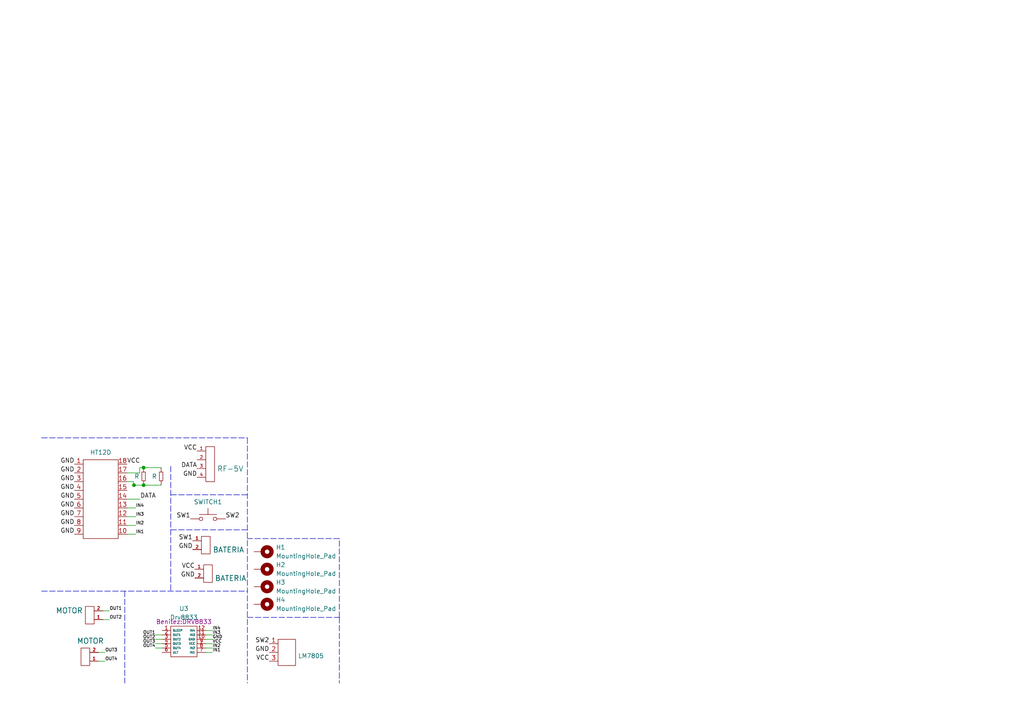
<source format=kicad_sch>
(kicad_sch (version 20211123) (generator eeschema)

  (uuid 1b54105e-6590-4d26-a763-ecfcf81eedc4)

  (paper "A4")

  (lib_symbols
    (symbol "Drv8833:Drv8833" (in_bom yes) (on_board yes)
      (property "Reference" "U3" (id 0) (at 0 3.81 0)
        (effects (font (size 1.27 1.27)))
      )
      (property "Value" "Drv8833" (id 1) (at 0 1.27 0)
        (effects (font (size 1.27 1.27)))
      )
      (property "Footprint" "Benitez:DRV8833" (id 2) (at 0 0 0)
        (effects (font (size 1.27 1.27)))
      )
      (property "Datasheet" "" (id 3) (at 0 0 0)
        (effects (font (size 1.27 1.27)) hide)
      )
      (symbol "Drv8833_0_1"
        (rectangle (start -3.81 -1.27) (end 3.81 -10.16)
          (stroke (width 0) (type default) (color 0 0 0 0))
          (fill (type none))
        )
      )
      (symbol "Drv8833_1_1"
        (pin input line (at -6.35 -2.54 0) (length 2.54)
          (name "SLEEP" (effects (font (size 0.6 0.6))))
          (number "1" (effects (font (size 1 1))))
        )
        (pin input line (at 6.35 -5.08 180) (length 2.54)
          (name "GND" (effects (font (size 0.6 0.6))))
          (number "10" (effects (font (size 1 1))))
        )
        (pin input line (at 6.35 -3.81 180) (length 2.54)
          (name "IN3" (effects (font (size 0.6 0.6))))
          (number "11" (effects (font (size 1 1))))
        )
        (pin input line (at 6.35 -2.54 180) (length 2.54)
          (name "IN4" (effects (font (size 0.6 0.6))))
          (number "12" (effects (font (size 1 1))))
        )
        (pin input line (at -6.35 -3.81 0) (length 2.54)
          (name "OUT1" (effects (font (size 0.6 0.6))))
          (number "2" (effects (font (size 1 1))))
        )
        (pin input line (at -6.35 -5.08 0) (length 2.54)
          (name "OUT2" (effects (font (size 0.6 0.6))))
          (number "3" (effects (font (size 1 1))))
        )
        (pin input line (at -6.35 -6.35 0) (length 2.54)
          (name "OUT3" (effects (font (size 0.6 0.6))))
          (number "4" (effects (font (size 1 1))))
        )
        (pin input line (at -6.35 -7.62 0) (length 2.54)
          (name "OUT4" (effects (font (size 0.6 0.6))))
          (number "5" (effects (font (size 1 1))))
        )
        (pin input line (at -6.35 -8.89 0) (length 2.54)
          (name "ULT" (effects (font (size 0.6 0.6))))
          (number "6" (effects (font (size 1 1))))
        )
        (pin input line (at 6.35 -8.89 180) (length 2.54)
          (name "IN1" (effects (font (size 0.6 0.6))))
          (number "7" (effects (font (size 1 1))))
        )
        (pin input line (at 6.35 -7.62 180) (length 2.54)
          (name "IN2" (effects (font (size 0.6 0.6))))
          (number "8" (effects (font (size 1 1))))
        )
        (pin input line (at 6.35 -6.35 180) (length 2.54)
          (name "VCC" (effects (font (size 0.6 0.6))))
          (number "9" (effects (font (size 1 1))))
        )
      )
    )
    (symbol "Mechanical:MountingHole_Pad" (pin_numbers hide) (pin_names (offset 1.016) hide) (in_bom yes) (on_board yes)
      (property "Reference" "H" (id 0) (at 0 6.35 0)
        (effects (font (size 1.27 1.27)))
      )
      (property "Value" "MountingHole_Pad" (id 1) (at 0 4.445 0)
        (effects (font (size 1.27 1.27)))
      )
      (property "Footprint" "" (id 2) (at 0 0 0)
        (effects (font (size 1.27 1.27)) hide)
      )
      (property "Datasheet" "~" (id 3) (at 0 0 0)
        (effects (font (size 1.27 1.27)) hide)
      )
      (property "ki_keywords" "mounting hole" (id 4) (at 0 0 0)
        (effects (font (size 1.27 1.27)) hide)
      )
      (property "ki_description" "Mounting Hole with connection" (id 5) (at 0 0 0)
        (effects (font (size 1.27 1.27)) hide)
      )
      (property "ki_fp_filters" "MountingHole*Pad*" (id 6) (at 0 0 0)
        (effects (font (size 1.27 1.27)) hide)
      )
      (symbol "MountingHole_Pad_0_1"
        (circle (center 0 1.27) (radius 1.27)
          (stroke (width 1.27) (type default) (color 0 0 0 0))
          (fill (type none))
        )
      )
      (symbol "MountingHole_Pad_1_1"
        (pin input line (at 0 -2.54 90) (length 2.54)
          (name "1" (effects (font (size 1.27 1.27))))
          (number "1" (effects (font (size 1.27 1.27))))
        )
      )
    )
    (symbol "Proyecto-Acelerometro-rescue:HEADER-18-EESTN5" (pin_names (offset 1.016)) (in_bom yes) (on_board yes)
      (property "Reference" "U" (id 0) (at 0 0 0)
        (effects (font (size 1.27 1.27)))
      )
      (property "Value" "Proyecto-Acelerometro-rescue_HEADER-18-EESTN5" (id 1) (at 0 0 0)
        (effects (font (size 1.27 1.27)))
      )
      (property "Footprint" "" (id 2) (at 0 0 0)
        (effects (font (size 1.27 1.27)) hide)
      )
      (property "Datasheet" "" (id 3) (at 0 0 0)
        (effects (font (size 1.27 1.27)) hide)
      )
      (symbol "HEADER-18-EESTN5_0_1"
        (rectangle (start -5.08 -2.54) (end 5.08 -25.4)
          (stroke (width 0) (type default) (color 0 0 0 0))
          (fill (type none))
        )
      )
      (symbol "HEADER-18-EESTN5_1_1"
        (pin input line (at -7.62 -3.81 0) (length 2.54)
          (name "~" (effects (font (size 1.27 1.27))))
          (number "1" (effects (font (size 1.27 1.27))))
        )
        (pin input line (at 7.62 -24.13 180) (length 2.54)
          (name "~" (effects (font (size 1.27 1.27))))
          (number "10" (effects (font (size 1.27 1.27))))
        )
        (pin input line (at 7.62 -21.59 180) (length 2.54)
          (name "~" (effects (font (size 1.27 1.27))))
          (number "11" (effects (font (size 1.27 1.27))))
        )
        (pin input line (at 7.62 -19.05 180) (length 2.54)
          (name "~" (effects (font (size 1.27 1.27))))
          (number "12" (effects (font (size 1.27 1.27))))
        )
        (pin input line (at 7.62 -16.51 180) (length 2.54)
          (name "~" (effects (font (size 1.27 1.27))))
          (number "13" (effects (font (size 1.27 1.27))))
        )
        (pin input line (at 7.62 -13.97 180) (length 2.54)
          (name "~" (effects (font (size 1.27 1.27))))
          (number "14" (effects (font (size 1.27 1.27))))
        )
        (pin input line (at 7.62 -11.43 180) (length 2.54)
          (name "~" (effects (font (size 1.27 1.27))))
          (number "15" (effects (font (size 1.27 1.27))))
        )
        (pin input line (at 7.62 -8.89 180) (length 2.54)
          (name "~" (effects (font (size 1.27 1.27))))
          (number "16" (effects (font (size 1.27 1.27))))
        )
        (pin input line (at 7.62 -6.35 180) (length 2.54)
          (name "~" (effects (font (size 1.27 1.27))))
          (number "17" (effects (font (size 1.27 1.27))))
        )
        (pin input line (at 7.62 -3.81 180) (length 2.54)
          (name "~" (effects (font (size 1.27 1.27))))
          (number "18" (effects (font (size 1.27 1.27))))
        )
        (pin input line (at -7.62 -6.35 0) (length 2.54)
          (name "~" (effects (font (size 1.27 1.27))))
          (number "2" (effects (font (size 1.27 1.27))))
        )
        (pin input line (at -7.62 -8.89 0) (length 2.54)
          (name "~" (effects (font (size 1.27 1.27))))
          (number "3" (effects (font (size 1.27 1.27))))
        )
        (pin input line (at -7.62 -11.43 0) (length 2.54)
          (name "~" (effects (font (size 1.27 1.27))))
          (number "4" (effects (font (size 1.27 1.27))))
        )
        (pin input line (at -7.62 -13.97 0) (length 2.54)
          (name "~" (effects (font (size 1.27 1.27))))
          (number "5" (effects (font (size 1.27 1.27))))
        )
        (pin input line (at -7.62 -16.51 0) (length 2.54)
          (name "~" (effects (font (size 1.27 1.27))))
          (number "6" (effects (font (size 1.27 1.27))))
        )
        (pin input line (at -7.62 -19.05 0) (length 2.54)
          (name "~" (effects (font (size 1.27 1.27))))
          (number "7" (effects (font (size 1.27 1.27))))
        )
        (pin input line (at -7.62 -21.59 0) (length 2.54)
          (name "~" (effects (font (size 1.27 1.27))))
          (number "8" (effects (font (size 1.27 1.27))))
        )
        (pin input line (at -7.62 -24.13 0) (length 2.54)
          (name "~" (effects (font (size 1.27 1.27))))
          (number "9" (effects (font (size 1.27 1.27))))
        )
      )
    )
    (symbol "Proyecto-Acelerometro-rescue:HEADER-3-EESTN5" (pin_names (offset 1.016)) (in_bom yes) (on_board yes)
      (property "Reference" "U" (id 0) (at 0 0 0)
        (effects (font (size 1.27 1.27)))
      )
      (property "Value" "Proyecto-Acelerometro-rescue_HEADER-3-EESTN5" (id 1) (at 0 0 0)
        (effects (font (size 1.27 1.27)))
      )
      (property "Footprint" "" (id 2) (at 0 0 0)
        (effects (font (size 1.27 1.27)) hide)
      )
      (property "Datasheet" "" (id 3) (at 0 0 0)
        (effects (font (size 1.27 1.27)) hide)
      )
      (symbol "HEADER-3-EESTN5_0_1"
        (rectangle (start -3.81 -2.54) (end 1.27 -10.16)
          (stroke (width 0) (type default) (color 0 0 0 0))
          (fill (type none))
        )
      )
      (symbol "HEADER-3-EESTN5_1_1"
        (pin input line (at -6.35 -3.81 0) (length 2.54)
          (name "~" (effects (font (size 1.27 1.27))))
          (number "1" (effects (font (size 1.27 1.27))))
        )
        (pin input line (at -6.35 -6.35 0) (length 2.54)
          (name "~" (effects (font (size 1.27 1.27))))
          (number "2" (effects (font (size 1.27 1.27))))
        )
        (pin input line (at -6.35 -8.89 0) (length 2.54)
          (name "~" (effects (font (size 1.27 1.27))))
          (number "3" (effects (font (size 1.27 1.27))))
        )
      )
    )
    (symbol "Proyecto-Acelerometro-rescue:HEADER_2-EESTN5" (pin_names (offset 0)) (in_bom yes) (on_board yes)
      (property "Reference" "J" (id 0) (at 1.27 3.81 0)
        (effects (font (size 1.524 1.524)))
      )
      (property "Value" "Proyecto-Acelerometro-rescue_HEADER_2-EESTN5" (id 1) (at 1.27 -5.08 0)
        (effects (font (size 1.524 1.524)))
      )
      (property "Footprint" "" (id 2) (at 0 6.35 0)
        (effects (font (size 1.524 1.524)))
      )
      (property "Datasheet" "" (id 3) (at 0 6.35 0)
        (effects (font (size 1.524 1.524)))
      )
      (property "ki_fp_filters" "SIL* HEADER* JST* PIN*" (id 4) (at 0 0 0)
        (effects (font (size 1.27 1.27)) hide)
      )
      (symbol "HEADER_2-EESTN5_0_1"
        (rectangle (start 0 2.54) (end 2.54 -2.54)
          (stroke (width 0) (type default) (color 0 0 0 0))
          (fill (type none))
        )
      )
      (symbol "HEADER_2-EESTN5_1_1"
        (pin passive line (at -2.54 1.27 0) (length 2.54)
          (name "~" (effects (font (size 1.27 1.27))))
          (number "1" (effects (font (size 0.889 0.889))))
        )
        (pin passive line (at -2.54 -1.27 0) (length 2.54)
          (name "~" (effects (font (size 1.27 1.27))))
          (number "2" (effects (font (size 0.889 0.889))))
        )
      )
    )
    (symbol "Proyecto-Acelerometro-rescue:HEADER_4-EESTN5" (pin_names (offset 0)) (in_bom yes) (on_board yes)
      (property "Reference" "J" (id 0) (at 0 6.35 0)
        (effects (font (size 1.524 1.524)))
      )
      (property "Value" "Proyecto-Acelerometro-rescue_HEADER_4-EESTN5" (id 1) (at 0 -6.35 0)
        (effects (font (size 1.524 1.524)))
      )
      (property "Footprint" "" (id 2) (at 0 0 0)
        (effects (font (size 1.524 1.524)))
      )
      (property "Datasheet" "" (id 3) (at 0 0 0)
        (effects (font (size 1.524 1.524)))
      )
      (property "ki_fp_filters" "SIL* HEADER* JST-4* PIN*" (id 4) (at 0 0 0)
        (effects (font (size 1.27 1.27)) hide)
      )
      (symbol "HEADER_4-EESTN5_0_1"
        (rectangle (start 2.54 5.08) (end 0 -5.08)
          (stroke (width 0) (type default) (color 0 0 0 0))
          (fill (type none))
        )
      )
      (symbol "HEADER_4-EESTN5_1_1"
        (pin passive line (at -2.54 3.81 0) (length 2.54)
          (name "~" (effects (font (size 1.27 1.27))))
          (number "1" (effects (font (size 0.889 0.889))))
        )
        (pin passive line (at -2.54 1.27 0) (length 2.54)
          (name "~" (effects (font (size 1.27 1.27))))
          (number "2" (effects (font (size 0.889 0.889))))
        )
        (pin passive line (at -2.54 -1.27 0) (length 2.54)
          (name "~" (effects (font (size 1.27 1.27))))
          (number "3" (effects (font (size 0.889 0.889))))
        )
        (pin passive line (at -2.54 -3.81 0) (length 2.54)
          (name "~" (effects (font (size 1.27 1.27))))
          (number "4" (effects (font (size 0.889 0.889))))
        )
      )
    )
    (symbol "Proyecto-Acelerometro-rescue:R-EESTN5" (pin_numbers hide) (pin_names (offset 0)) (in_bom yes) (on_board yes)
      (property "Reference" "R" (id 0) (at -1.27 0 90)
        (effects (font (size 1.27 1.27)))
      )
      (property "Value" "Proyecto-Acelerometro-rescue_R-EESTN5" (id 1) (at 1.27 0 90)
        (effects (font (size 1.27 1.27)))
      )
      (property "Footprint" "" (id 2) (at 0 0 0)
        (effects (font (size 1.524 1.524)))
      )
      (property "Datasheet" "" (id 3) (at 0 0 0)
        (effects (font (size 1.524 1.524)))
      )
      (property "ki_fp_filters" "RES* R_*" (id 4) (at 0 0 0)
        (effects (font (size 1.27 1.27)) hide)
      )
      (symbol "R-EESTN5_0_1"
        (rectangle (start 0.508 1.27) (end -0.508 -1.27)
          (stroke (width 0) (type default) (color 0 0 0 0))
          (fill (type none))
        )
      )
      (symbol "R-EESTN5_1_1"
        (pin passive line (at 0 2.54 270) (length 1.27)
          (name "~" (effects (font (size 1.524 1.524))))
          (number "1" (effects (font (size 1.524 1.524))))
        )
        (pin passive line (at 0 -2.54 90) (length 1.27)
          (name "~" (effects (font (size 1.524 1.524))))
          (number "2" (effects (font (size 1.524 1.524))))
        )
      )
    )
    (symbol "Proyecto-Acelerometro-rescue:SW_Push-EESTN5" (pin_numbers hide) (pin_names (offset 1.016) hide) (in_bom yes) (on_board yes)
      (property "Reference" "SW" (id 0) (at 1.27 2.54 0)
        (effects (font (size 1.27 1.27)) (justify left))
      )
      (property "Value" "Proyecto-Acelerometro-rescue_SW_Push-EESTN5" (id 1) (at 0 -1.524 0)
        (effects (font (size 1.27 1.27)) hide)
      )
      (property "Footprint" "" (id 2) (at 0 5.08 0)
        (effects (font (size 1.27 1.27)))
      )
      (property "Datasheet" "" (id 3) (at 0 5.08 0)
        (effects (font (size 1.27 1.27)))
      )
      (property "ki_fp_filters" "PUL* SW* SPST*" (id 4) (at 0 0 0)
        (effects (font (size 1.27 1.27)) hide)
      )
      (symbol "SW_Push-EESTN5_0_1"
        (circle (center -2.032 0) (radius 0.508)
          (stroke (width 0) (type default) (color 0 0 0 0))
          (fill (type none))
        )
        (polyline
          (pts
            (xy 0 1.27)
            (xy 0 3.048)
          )
          (stroke (width 0) (type default) (color 0 0 0 0))
          (fill (type none))
        )
        (polyline
          (pts
            (xy 2.54 1.27)
            (xy -2.54 1.27)
          )
          (stroke (width 0) (type default) (color 0 0 0 0))
          (fill (type none))
        )
        (circle (center 2.032 0) (radius 0.508)
          (stroke (width 0) (type default) (color 0 0 0 0))
          (fill (type none))
        )
        (pin passive line (at -5.08 0 0) (length 2.54)
          (name "1" (effects (font (size 1.27 1.27))))
          (number "1" (effects (font (size 1.27 1.27))))
        )
        (pin passive line (at 5.08 0 180) (length 2.54)
          (name "2" (effects (font (size 1.27 1.27))))
          (number "2" (effects (font (size 1.27 1.27))))
        )
      )
    )
  )

  (junction (at 41.656 140.716) (diameter 0) (color 0 0 0 0)
    (uuid 0ace8d4b-1205-4a3a-a6bf-b310b95b355d)
  )
  (junction (at 38.862 140.716) (diameter 0) (color 0 0 0 0)
    (uuid 1fac3da7-b853-4d81-b175-4da4be81bc67)
  )
  (junction (at 41.656 135.636) (diameter 0) (color 0 0 0 0)
    (uuid dd8ba6bc-a2de-43e0-ba0e-6a72ef4b0dab)
  )

  (wire (pts (xy 30.48 189.23) (xy 28.575 189.23))
    (stroke (width 0) (type default) (color 0 0 0 0))
    (uuid 072392af-581f-423d-a061-2ad53cb12a07)
  )
  (wire (pts (xy 41.656 140.716) (xy 46.736 140.716))
    (stroke (width 0) (type default) (color 0 0 0 0))
    (uuid 0975f659-a5ca-41b7-b49e-2ece00ca09b7)
  )
  (wire (pts (xy 61.595 182.88) (xy 59.69 182.88))
    (stroke (width 0) (type default) (color 0 0 0 0))
    (uuid 0a7f5257-05d0-4aab-af0f-632e0d5e1e73)
  )
  (wire (pts (xy 61.595 189.23) (xy 59.69 189.23))
    (stroke (width 0) (type default) (color 0 0 0 0))
    (uuid 0fca86ae-7a4e-4efc-aa91-b824d2d57003)
  )
  (polyline (pts (xy 71.755 127) (xy 71.755 198.12))
    (stroke (width 0) (type default) (color 0 0 0 0))
    (uuid 10109f84-4940-47f8-8640-91f185ac9bc1)
  )

  (wire (pts (xy 39.37 149.86) (xy 36.83 149.86))
    (stroke (width 0) (type default) (color 0 0 0 0))
    (uuid 17d7a3ed-296f-46c0-837d-562bcaecff52)
  )
  (polyline (pts (xy 98.425 156.21) (xy 71.755 156.21))
    (stroke (width 0) (type default) (color 0 0 0 0))
    (uuid 1c081d6b-a694-403a-99f6-b3bb61cdfa3c)
  )

  (wire (pts (xy 45.085 185.42) (xy 46.99 185.42))
    (stroke (width 0) (type default) (color 0 0 0 0))
    (uuid 24d0f7b9-2633-4ef3-b1f3-fa43aea2ce25)
  )
  (wire (pts (xy 61.595 184.15) (xy 59.69 184.15))
    (stroke (width 0) (type default) (color 0 0 0 0))
    (uuid 2ead883a-2ef5-4441-a2ba-3751c5a3785b)
  )
  (polyline (pts (xy 12.065 171.45) (xy 71.755 171.45))
    (stroke (width 0) (type default) (color 0 0 0 0))
    (uuid 55e740a3-0735-4744-896e-2bf5437093b9)
  )

  (wire (pts (xy 39.37 147.32) (xy 36.83 147.32))
    (stroke (width 0) (type default) (color 0 0 0 0))
    (uuid 61694b61-65e9-49fc-b80c-adbad830c0df)
  )
  (polyline (pts (xy 36.195 171.45) (xy 36.195 198.12))
    (stroke (width 0) (type default) (color 0 0 0 0))
    (uuid 6a955fc7-39d9-4c75-9a69-676ca8c0b9b2)
  )

  (wire (pts (xy 45.085 184.15) (xy 46.99 184.15))
    (stroke (width 0) (type default) (color 0 0 0 0))
    (uuid 70ad11be-5470-4e9d-b0c9-aaeff2c0809a)
  )
  (polyline (pts (xy 71.755 153.67) (xy 49.53 153.67))
    (stroke (width 0) (type default) (color 0 0 0 0))
    (uuid 71c31975-2c45-4d18-a25a-18e07a55d11e)
  )
  (polyline (pts (xy 12.065 127) (xy 71.755 127))
    (stroke (width 0) (type default) (color 0 0 0 0))
    (uuid 746ba970-8279-4e7b-aed3-f28687777c21)
  )

  (wire (pts (xy 36.83 144.78) (xy 40.64 144.78))
    (stroke (width 0) (type default) (color 0 0 0 0))
    (uuid 756c57ca-b724-416e-bbc3-080fcadffb70)
  )
  (wire (pts (xy 38.735 140.716) (xy 38.862 140.716))
    (stroke (width 0) (type default) (color 0 0 0 0))
    (uuid 7849501b-b942-426e-8e26-1fa870c8993c)
  )
  (wire (pts (xy 41.656 140.716) (xy 38.862 140.716))
    (stroke (width 0) (type default) (color 0 0 0 0))
    (uuid 78ffa9d9-f417-4f7c-b173-b65cd1db11b5)
  )
  (wire (pts (xy 39.37 154.94) (xy 36.83 154.94))
    (stroke (width 0) (type default) (color 0 0 0 0))
    (uuid 89ca9bb4-c9a1-43ac-81a0-0de1e2a1306b)
  )
  (wire (pts (xy 36.83 139.7) (xy 38.735 139.7))
    (stroke (width 0) (type default) (color 0 0 0 0))
    (uuid 8f416b4b-d238-4f2f-803e-f2b08b1663fb)
  )
  (wire (pts (xy 39.37 152.4) (xy 36.83 152.4))
    (stroke (width 0) (type default) (color 0 0 0 0))
    (uuid 90c6b344-33d8-468b-af27-0d61a842b81d)
  )
  (wire (pts (xy 31.75 179.705) (xy 29.845 179.705))
    (stroke (width 0) (type default) (color 0 0 0 0))
    (uuid 954e9c00-263a-4f98-8e54-4c5491bf43a8)
  )
  (wire (pts (xy 61.595 186.69) (xy 59.69 186.69))
    (stroke (width 0) (type default) (color 0 0 0 0))
    (uuid 9ca88724-cdc0-4ef3-968b-3270fcc650f9)
  )
  (polyline (pts (xy 98.425 179.07) (xy 98.425 198.12))
    (stroke (width 0) (type default) (color 0 0 0 0))
    (uuid c022004a-c968-410e-b59e-fbab0e561e9d)
  )

  (wire (pts (xy 30.48 191.77) (xy 28.575 191.77))
    (stroke (width 0) (type default) (color 0 0 0 0))
    (uuid c157d72a-9058-4d2c-a239-c24f6b0b203a)
  )
  (wire (pts (xy 41.656 135.636) (xy 46.736 135.636))
    (stroke (width 0) (type default) (color 0 0 0 0))
    (uuid c21de12a-f704-4e96-913f-6f5099ca12fb)
  )
  (wire (pts (xy 45.085 186.69) (xy 46.99 186.69))
    (stroke (width 0) (type default) (color 0 0 0 0))
    (uuid d5d6c2e7-f296-4314-9c95-cbb731bc3aff)
  )
  (wire (pts (xy 40.513 135.636) (xy 41.656 135.636))
    (stroke (width 0) (type default) (color 0 0 0 0))
    (uuid dd57e27b-9f21-4510-aca0-972da2889274)
  )
  (polyline (pts (xy 71.755 143.51) (xy 49.53 143.51))
    (stroke (width 0) (type default) (color 0 0 0 0))
    (uuid e10b5627-3247-4c86-b9f6-ef474ca11543)
  )

  (wire (pts (xy 31.75 177.165) (xy 29.845 177.165))
    (stroke (width 0) (type default) (color 0 0 0 0))
    (uuid e5fa8627-e279-4dc9-a162-8ee6d8aa13b0)
  )
  (polyline (pts (xy 49.53 135.255) (xy 49.53 171.45))
    (stroke (width 0) (type default) (color 0 0 0 0))
    (uuid e8314017-7be6-4011-9179-37449a29b311)
  )

  (wire (pts (xy 40.513 137.16) (xy 40.513 135.636))
    (stroke (width 0) (type default) (color 0 0 0 0))
    (uuid ece59e1e-6e07-4a5b-9db7-f5197f2617aa)
  )
  (wire (pts (xy 61.595 185.42) (xy 59.69 185.42))
    (stroke (width 0) (type default) (color 0 0 0 0))
    (uuid f2696238-b20d-42ae-b34e-648dd850ce7b)
  )
  (polyline (pts (xy 71.755 179.07) (xy 98.425 179.07))
    (stroke (width 0) (type default) (color 0 0 0 0))
    (uuid f4f99e3d-7269-4f6a-a759-16ad2a258779)
  )

  (wire (pts (xy 36.83 137.16) (xy 40.513 137.16))
    (stroke (width 0) (type default) (color 0 0 0 0))
    (uuid f90cf80c-f274-43b6-9fc3-8f220769879b)
  )
  (wire (pts (xy 61.595 187.96) (xy 59.69 187.96))
    (stroke (width 0) (type default) (color 0 0 0 0))
    (uuid fbf93733-a27a-4e7e-997f-2c561c90c6c2)
  )
  (wire (pts (xy 38.735 139.7) (xy 38.735 140.716))
    (stroke (width 0) (type default) (color 0 0 0 0))
    (uuid fc892e26-c3db-40cc-a8e8-335d5f7f739b)
  )
  (polyline (pts (xy 98.425 179.07) (xy 98.425 156.21))
    (stroke (width 0) (type default) (color 0 0 0 0))
    (uuid ff2e8046-7a13-456e-b133-f6e6e54ab2bb)
  )

  (wire (pts (xy 45.085 187.96) (xy 46.99 187.96))
    (stroke (width 0) (type default) (color 0 0 0 0))
    (uuid ffa8e34f-0f9d-4e65-bd3c-4e92f77fe4af)
  )

  (label "OUT3" (at 45.085 186.69 180)
    (effects (font (size 0.9 0.9)) (justify right bottom))
    (uuid 01450673-12ee-486d-85d8-4af33e58c0bf)
  )
  (label "GND" (at 56.515 167.64 180)
    (effects (font (size 1.27 1.27)) (justify right bottom))
    (uuid 0a3cc030-c9dd-4d74-9d50-715ed2b361a2)
  )
  (label "OUT1" (at 45.085 184.15 180)
    (effects (font (size 0.9 0.9)) (justify right bottom))
    (uuid 0fb93251-5301-4dbe-9376-ed5039ec61ef)
  )
  (label "GND" (at 21.59 134.62 180)
    (effects (font (size 1.27 1.27)) (justify right bottom))
    (uuid 13abf99d-5265-4779-8973-e94370fd18ff)
  )
  (label "GND" (at 78.105 189.23 180)
    (effects (font (size 1.27 1.27)) (justify right bottom))
    (uuid 1860e030-7a36-4298-b7fc-a16d48ab15ba)
  )
  (label "DATA" (at 40.64 144.78 0)
    (effects (font (size 1.27 1.27)) (justify left bottom))
    (uuid 1da291cc-3aa5-4632-8f99-7dae246a7f56)
  )
  (label "OUT3" (at 30.48 189.23 0)
    (effects (font (size 0.9 0.9)) (justify left bottom))
    (uuid 2245e321-a95d-46e9-a63f-b901c6033370)
  )
  (label "GND" (at 21.59 149.86 180)
    (effects (font (size 1.27 1.27)) (justify right bottom))
    (uuid 23bb2798-d93a-4696-a962-c305c4298a0c)
  )
  (label "IN3" (at 39.37 149.86 0)
    (effects (font (size 0.9 0.9)) (justify left bottom))
    (uuid 26ccb991-0b6a-4349-ad30-810591a5323e)
  )
  (label "VCC" (at 61.595 186.69 0)
    (effects (font (size 0.9 0.9)) (justify left bottom))
    (uuid 2deec65a-876c-4d56-aa3d-27fd41d621e8)
  )
  (label "IN1" (at 61.595 189.23 0)
    (effects (font (size 0.9 0.9)) (justify left bottom))
    (uuid 2ea5d10e-d132-4077-b863-a56c31ebec98)
  )
  (label "SW1" (at 55.88 156.845 180)
    (effects (font (size 1.27 1.27)) (justify right bottom))
    (uuid 32534131-80df-43ef-b9b5-80249b157672)
  )
  (label "DATA" (at 57.15 135.89 180)
    (effects (font (size 1.27 1.27)) (justify right bottom))
    (uuid 32667662-ae86-4904-b198-3e95f11851bf)
  )
  (label "IN3" (at 61.595 184.15 0)
    (effects (font (size 0.9 0.9)) (justify left bottom))
    (uuid 38658bc8-3b9d-4f70-a9b4-9bbf3e60dbf8)
  )
  (label "VCC" (at 78.105 191.77 180)
    (effects (font (size 1.27 1.27)) (justify right bottom))
    (uuid 3dcc657b-55a1-48e0-9667-e01e7b6b08b5)
  )
  (label "IN4" (at 61.595 182.88 0)
    (effects (font (size 0.9 0.9)) (justify left bottom))
    (uuid 4241e119-4042-4e2e-bf9a-225006e74698)
  )
  (label "GND" (at 21.59 142.24 180)
    (effects (font (size 1.27 1.27)) (justify right bottom))
    (uuid 46918595-4a45-48e8-84c0-961b4db7f35f)
  )
  (label "IN1" (at 39.37 154.94 0)
    (effects (font (size 0.9 0.9)) (justify left bottom))
    (uuid 4bcef0c3-fe74-4a79-b53f-5529860d69ca)
  )
  (label "OUT2" (at 31.75 179.705 0)
    (effects (font (size 0.9 0.9)) (justify left bottom))
    (uuid 4e45290d-c86f-4626-8f45-153b8025a41f)
  )
  (label "VCC" (at 57.15 130.81 180)
    (effects (font (size 1.27 1.27)) (justify right bottom))
    (uuid 67f6e996-3c99-493c-8f6f-e739e2ed5d7a)
  )
  (label "OUT1" (at 31.75 177.165 0)
    (effects (font (size 0.9 0.9)) (justify left bottom))
    (uuid 6a96a058-dc69-4b75-bf60-2860efb4f767)
  )
  (label "GND" (at 21.59 154.94 180)
    (effects (font (size 1.27 1.27)) (justify right bottom))
    (uuid 6e105729-aba0-497c-a99e-c32d2b3ddb6d)
  )
  (label "GND" (at 21.59 152.4 180)
    (effects (font (size 1.27 1.27)) (justify right bottom))
    (uuid 78cbdd6c-4878-4cc5-9a58-0e506478e37d)
  )
  (label "SW1" (at 55.245 150.495 180)
    (effects (font (size 1.27 1.27)) (justify right bottom))
    (uuid 8322f275-268c-4e87-a69f-4cfbf05e747f)
  )
  (label "GND" (at 61.595 185.42 0)
    (effects (font (size 0.9 0.9)) (justify left bottom))
    (uuid 8b92c020-4910-4d68-bbbf-a112f846f1db)
  )
  (label "GND" (at 21.59 147.32 180)
    (effects (font (size 1.27 1.27)) (justify right bottom))
    (uuid 94c158d1-8503-4553-b511-bf42f506c2a8)
  )
  (label "OUT4" (at 45.085 187.96 180)
    (effects (font (size 0.9 0.9)) (justify right bottom))
    (uuid 9b9c3891-e80c-487d-b9ff-9284691ca82d)
  )
  (label "GND" (at 21.59 144.78 180)
    (effects (font (size 1.27 1.27)) (justify right bottom))
    (uuid 9ccf03e8-755a-4cd9-96fc-30e1d08fa253)
  )
  (label "GND" (at 57.15 138.43 180)
    (effects (font (size 1.27 1.27)) (justify right bottom))
    (uuid a05d7640-f2f6-4ba7-8c51-5a4af431fc13)
  )
  (label "GND" (at 21.59 137.16 180)
    (effects (font (size 1.27 1.27)) (justify right bottom))
    (uuid a7520ad3-0f8b-4788-92d4-8ffb277041e6)
  )
  (label "GND" (at 21.59 139.7 180)
    (effects (font (size 1.27 1.27)) (justify right bottom))
    (uuid a795f1ba-cdd5-4cc5-9a52-08586e982934)
  )
  (label "VCC" (at 36.83 134.62 0)
    (effects (font (size 1.27 1.27)) (justify left bottom))
    (uuid afb8e687-4a13-41a1-b8c0-89a749e897fe)
  )
  (label "SW2" (at 65.405 150.495 0)
    (effects (font (size 1.27 1.27)) (justify left bottom))
    (uuid b6270a28-e0d9-4655-a18a-03dbf007b940)
  )
  (label "GND" (at 55.88 159.385 180)
    (effects (font (size 1.27 1.27)) (justify right bottom))
    (uuid c7a31e30-fa21-412c-92be-3052f82de8c8)
  )
  (label "OUT2" (at 45.085 185.42 180)
    (effects (font (size 0.9 0.9)) (justify right bottom))
    (uuid d5ae0c3c-2465-4b03-bcf0-e68ac0dbc2fa)
  )
  (label "VCC" (at 56.515 165.1 180)
    (effects (font (size 1.27 1.27)) (justify right bottom))
    (uuid dd00c2e1-6027-4717-b312-4fab3ee52002)
  )
  (label "OUT4" (at 30.48 191.77 0)
    (effects (font (size 0.9 0.9)) (justify left bottom))
    (uuid ddfcb01c-bed4-4d70-8756-c4825862df6d)
  )
  (label "IN2" (at 39.37 152.4 0)
    (effects (font (size 0.9 0.9)) (justify left bottom))
    (uuid f071fa35-2e73-4a4b-be7e-6a09ecd7a14f)
  )
  (label "IN4" (at 39.37 147.32 0)
    (effects (font (size 0.9 0.9)) (justify left bottom))
    (uuid f232b395-a0ab-4461-b901-fad8834664e8)
  )
  (label "SW2" (at 78.105 186.69 180)
    (effects (font (size 1.27 1.27)) (justify right bottom))
    (uuid f3490fa5-5a27-423b-af60-53609669542c)
  )
  (label "IN2" (at 61.595 187.96 0)
    (effects (font (size 0.9 0.9)) (justify left bottom))
    (uuid fa838348-c9a5-488e-afb6-8046bcebb9ca)
  )

  (symbol (lib_id "Proyecto-Acelerometro-rescue:HEADER_4-EESTN5") (at 59.69 134.62 0) (unit 1)
    (in_bom yes) (on_board yes)
    (uuid 00000000-0000-0000-0000-00006262f3ca)
    (property "Reference" "J5" (id 0) (at 62.9412 133.2738 0)
      (effects (font (size 1.524 1.524)) (justify left) hide)
    )
    (property "Value" "RF-5V" (id 1) (at 62.9412 135.9662 0)
      (effects (font (size 1.524 1.524)) (justify left))
    )
    (property "Footprint" "EESTN5:pin_strip_4" (id 2) (at 59.69 134.62 0)
      (effects (font (size 1.524 1.524)) hide)
    )
    (property "Datasheet" "" (id 3) (at 59.69 134.62 0)
      (effects (font (size 1.524 1.524)))
    )
    (pin "1" (uuid 14769dc5-8525-4984-8b15-a734ee247efa))
    (pin "2" (uuid 19c56563-5fe3-442a-885b-418dbc2421eb))
    (pin "3" (uuid 21ae9c3a-7138-444e-be38-56a4842ab594))
    (pin "4" (uuid c7e7067c-5f5e-48d8-ab59-df26f9b35863))
  )

  (symbol (lib_id "Proyecto-Acelerometro-rescue:HEADER_2-EESTN5") (at 59.055 166.37 0) (unit 1)
    (in_bom yes) (on_board yes)
    (uuid 00000000-0000-0000-0000-00006262fb02)
    (property "Reference" "J4" (id 0) (at 62.3062 165.0238 0)
      (effects (font (size 1.524 1.524)) (justify left) hide)
    )
    (property "Value" "BATERIA" (id 1) (at 62.3062 167.7162 0)
      (effects (font (size 1.524 1.524)) (justify left))
    )
    (property "Footprint" "EESTN5:Pin_Header_2" (id 2) (at 59.055 160.02 0)
      (effects (font (size 1.524 1.524)) hide)
    )
    (property "Datasheet" "" (id 3) (at 59.055 160.02 0)
      (effects (font (size 1.524 1.524)))
    )
    (pin "1" (uuid cfa5c16e-7859-460d-a0b8-cea7d7ea629c))
    (pin "2" (uuid 37e8181c-a81e-498b-b2e2-0aef0c391059))
  )

  (symbol (lib_id "Proyecto-Acelerometro-rescue:R-EESTN5") (at 41.656 138.176 180) (unit 1)
    (in_bom yes) (on_board yes)
    (uuid 00000000-0000-0000-0000-000062631f55)
    (property "Reference" "R1" (id 0) (at 40.4368 139.3444 0)
      (effects (font (size 1.27 1.27)) (justify left) hide)
    )
    (property "Value" "R" (id 1) (at 40.4368 138.176 0)
      (effects (font (size 1.27 1.27)) (justify left))
    )
    (property "Footprint" "EESTN5:RES0.2" (id 2) (at 41.656 138.176 0)
      (effects (font (size 1.524 1.524)) hide)
    )
    (property "Datasheet" "" (id 3) (at 41.656 138.176 0)
      (effects (font (size 1.524 1.524)))
    )
    (pin "1" (uuid f202141e-c20d-4cac-b016-06a44f2ecce8))
    (pin "2" (uuid 182b2d54-931d-49d6-9f39-60a752623e36))
  )

  (symbol (lib_id "Proyecto-Acelerometro-rescue:HEADER-18-EESTN5") (at 29.21 130.81 0) (unit 1)
    (in_bom yes) (on_board yes)
    (uuid 00000000-0000-0000-0000-000062636407)
    (property "Reference" "U1" (id 0) (at 29.21 128.905 0)
      (effects (font (size 1.27 1.27)) hide)
    )
    (property "Value" "HT12D" (id 1) (at 29.21 131.2164 0))
    (property "Footprint" "EESTN5:DIP-18_300_socket" (id 2) (at 29.21 130.81 0)
      (effects (font (size 1.27 1.27)) hide)
    )
    (property "Datasheet" "" (id 3) (at 29.21 130.81 0)
      (effects (font (size 1.27 1.27)) hide)
    )
    (pin "1" (uuid 60dcd1fe-7079-4cb8-b509-04558ccf5097))
    (pin "10" (uuid c5eb1e4c-ce83-470e-8f32-e20ff1f886a3))
    (pin "11" (uuid 85b7594c-358f-454b-b2ad-dd0b1d67ed76))
    (pin "12" (uuid 16bd6381-8ac0-4bf2-9dce-ecc20c724b8d))
    (pin "13" (uuid a5cd8da1-8f7f-4f80-bb23-0317de562222))
    (pin "14" (uuid 4f66b314-0f62-4fb6-8c3c-f9c6a75cd3ec))
    (pin "15" (uuid 01e9b6e7-adf9-4ee7-9447-a588630ee4a2))
    (pin "16" (uuid ca87f11b-5f48-4b57-8535-68d3ec2fe5a9))
    (pin "17" (uuid 7d928d56-093a-4ca8-aed1-414b7e703b45))
    (pin "18" (uuid 8a650ebf-3f78-4ca4-a26b-a5028693e36d))
    (pin "2" (uuid 730b670c-9bcf-4dcd-9a8d-fcaa61fb0955))
    (pin "3" (uuid abe07c9a-17c3-43b5-b7a6-ae867ac27ea7))
    (pin "4" (uuid 0c3dceba-7c95-4b3d-b590-0eb581444beb))
    (pin "5" (uuid 965308c8-e014-459a-b9db-b8493a601c62))
    (pin "6" (uuid b1c649b1-f44d-46c7-9dea-818e75a1b87e))
    (pin "7" (uuid f3628265-0155-43e2-a467-c40ff783e265))
    (pin "8" (uuid 6595b9c7-02ee-4647-bde5-6b566e35163e))
    (pin "9" (uuid b7199d9b-bebb-4100-9ad3-c2bd31e21d65))
  )

  (symbol (lib_id "Proyecto-Acelerometro-rescue:HEADER-3-EESTN5") (at 84.455 182.88 0) (unit 1)
    (in_bom yes) (on_board yes)
    (uuid 00000000-0000-0000-0000-000062639ea1)
    (property "Reference" "U2" (id 0) (at 86.4362 187.9346 0)
      (effects (font (size 1.27 1.27)) (justify left) hide)
    )
    (property "Value" "LM7805" (id 1) (at 86.4362 190.246 0)
      (effects (font (size 1.27 1.27)) (justify left))
    )
    (property "Footprint" "EESTN5:TO-220" (id 2) (at 84.455 182.88 0)
      (effects (font (size 1.27 1.27)) hide)
    )
    (property "Datasheet" "" (id 3) (at 84.455 182.88 0)
      (effects (font (size 1.27 1.27)) hide)
    )
    (pin "1" (uuid 099096e4-8c2a-4d84-a16f-06b4b6330e7a))
    (pin "2" (uuid 87d7448e-e139-4209-ae0b-372f805267da))
    (pin "3" (uuid 34a74736-156e-4bf3-9200-cd137cfa59da))
  )

  (symbol (lib_id "Proyecto-Acelerometro-rescue:SW_Push-EESTN5") (at 60.325 150.495 0) (unit 1)
    (in_bom yes) (on_board yes)
    (uuid 00000000-0000-0000-0000-00006263ae9e)
    (property "Reference" "SWITCH1" (id 0) (at 60.325 145.5928 0))
    (property "Value" "SW_Push" (id 1) (at 60.325 152.019 0)
      (effects (font (size 1.27 1.27)) hide)
    )
    (property "Footprint" "EESTN5:SW_SPDT_TH_100Mils_VERTICAL" (id 2) (at 60.325 145.415 0)
      (effects (font (size 1.27 1.27)) hide)
    )
    (property "Datasheet" "" (id 3) (at 60.325 145.415 0))
    (pin "1" (uuid 14c51520-6d91-4098-a59a-5121f2a898f7))
    (pin "2" (uuid 2d67a417-188f-4014-9282-000265d80009))
  )

  (symbol (lib_id "Proyecto-Acelerometro-rescue:HEADER_2-EESTN5") (at 27.305 178.435 180) (unit 1)
    (in_bom yes) (on_board yes)
    (uuid 00000000-0000-0000-0000-00006263bf78)
    (property "Reference" "J2" (id 0) (at 24.0538 179.7812 0)
      (effects (font (size 1.524 1.524)) (justify left) hide)
    )
    (property "Value" "MOTOR" (id 1) (at 24.0538 177.0888 0)
      (effects (font (size 1.524 1.524)) (justify left))
    )
    (property "Footprint" "EESTN5:Pin_Header_2" (id 2) (at 27.305 184.785 0)
      (effects (font (size 1.524 1.524)) hide)
    )
    (property "Datasheet" "" (id 3) (at 27.305 184.785 0)
      (effects (font (size 1.524 1.524)))
    )
    (pin "1" (uuid 41acfe41-fac7-432a-a7a3-946566e2d504))
    (pin "2" (uuid 3a52f112-cb97-43db-aaeb-20afe27664d7))
  )

  (symbol (lib_id "Proyecto-Acelerometro-rescue:HEADER_2-EESTN5") (at 26.035 190.5 180) (unit 1)
    (in_bom yes) (on_board yes)
    (uuid 00000000-0000-0000-0000-00006263c35b)
    (property "Reference" "J1" (id 0) (at 26.2382 183.2102 0)
      (effects (font (size 1.524 1.524)) hide)
    )
    (property "Value" "MOTOR" (id 1) (at 26.2382 185.9026 0)
      (effects (font (size 1.524 1.524)))
    )
    (property "Footprint" "EESTN5:Pin_Header_2" (id 2) (at 26.035 196.85 0)
      (effects (font (size 1.524 1.524)) hide)
    )
    (property "Datasheet" "" (id 3) (at 26.035 196.85 0)
      (effects (font (size 1.524 1.524)))
    )
    (pin "1" (uuid 7f2301df-e4bc-479e-a681-cc59c9a2dbbb))
    (pin "2" (uuid a8447faf-e0a0-4c4a-ae53-4d4b28669151))
  )

  (symbol (lib_id "Mechanical:MountingHole_Pad") (at 76.2 175.26 270) (unit 1)
    (in_bom yes) (on_board yes) (fields_autoplaced)
    (uuid 2a108d6d-73c9-427e-ac34-38a465eb83cc)
    (property "Reference" "H4" (id 0) (at 80.01 173.9899 90)
      (effects (font (size 1.27 1.27)) (justify left))
    )
    (property "Value" "MountingHole_Pad" (id 1) (at 80.01 176.5299 90)
      (effects (font (size 1.27 1.27)) (justify left))
    )
    (property "Footprint" "Connector:Banana_Jack_1Pin" (id 2) (at 76.2 175.26 0)
      (effects (font (size 1.27 1.27)) hide)
    )
    (property "Datasheet" "~" (id 3) (at 76.2 175.26 0)
      (effects (font (size 1.27 1.27)) hide)
    )
    (pin "1" (uuid 55488de3-b6f2-42b8-945c-a8a78c4c18a1))
  )

  (symbol (lib_id "Proyecto-Acelerometro-rescue:HEADER_2-EESTN5") (at 58.42 158.115 0) (unit 1)
    (in_bom yes) (on_board yes)
    (uuid 6db325a3-1284-4733-8080-60d5a098410c)
    (property "Reference" "J3" (id 0) (at 61.6712 156.7688 0)
      (effects (font (size 1.524 1.524)) (justify left) hide)
    )
    (property "Value" "BATERIA" (id 1) (at 61.6712 159.4612 0)
      (effects (font (size 1.524 1.524)) (justify left))
    )
    (property "Footprint" "EESTN5:Pin_Header_2" (id 2) (at 58.42 151.765 0)
      (effects (font (size 1.524 1.524)) hide)
    )
    (property "Datasheet" "" (id 3) (at 58.42 151.765 0)
      (effects (font (size 1.524 1.524)))
    )
    (pin "1" (uuid 3ccb9753-51b5-47fe-b61c-8c6560fb37c4))
    (pin "2" (uuid df1ec292-72fd-4d34-910d-5718b56b83e0))
  )

  (symbol (lib_id "Mechanical:MountingHole_Pad") (at 76.2 160.02 270) (unit 1)
    (in_bom yes) (on_board yes) (fields_autoplaced)
    (uuid 71a9f036-1f13-462e-ac9e-81caaaa7f807)
    (property "Reference" "H1" (id 0) (at 80.01 158.7499 90)
      (effects (font (size 1.27 1.27)) (justify left))
    )
    (property "Value" "MountingHole_Pad" (id 1) (at 80.01 161.2899 90)
      (effects (font (size 1.27 1.27)) (justify left))
    )
    (property "Footprint" "Connector:Banana_Jack_1Pin" (id 2) (at 76.2 160.02 0)
      (effects (font (size 1.27 1.27)) hide)
    )
    (property "Datasheet" "~" (id 3) (at 76.2 160.02 0)
      (effects (font (size 1.27 1.27)) hide)
    )
    (pin "1" (uuid a819bf9a-0c8b-443a-b488-e5f1395d77ad))
  )

  (symbol (lib_id "Drv8833:Drv8833") (at 53.34 180.34 0) (unit 1)
    (in_bom yes) (on_board yes) (fields_autoplaced)
    (uuid 94be9e5e-31b7-457a-bfac-6473199068b3)
    (property "Reference" "U3" (id 0) (at 53.34 176.53 0))
    (property "Value" "Drv8833" (id 1) (at 53.34 179.07 0))
    (property "Footprint" "Benitez:DRV8833" (id 2) (at 53.34 180.34 0))
    (property "Datasheet" "" (id 3) (at 53.34 180.34 0)
      (effects (font (size 1.27 1.27)) hide)
    )
    (pin "1" (uuid 9c71002c-c55c-4bd5-8f1d-4e952c8bce99))
    (pin "10" (uuid e7501ff5-6b25-4273-9a3d-7b930c626ef1))
    (pin "11" (uuid 2c35873a-e7bb-4290-a5a8-e7cbfe0facba))
    (pin "12" (uuid c5807e2c-c7af-4002-8081-a3cc10e91939))
    (pin "2" (uuid d57e6609-02a8-4020-856b-bb174120cce3))
    (pin "3" (uuid ac7304d5-8a8e-40fa-be58-6ef84b53071e))
    (pin "4" (uuid 03df4339-1d7d-4200-aa5b-c60b3d97e312))
    (pin "5" (uuid aef2992d-3ed2-42de-a647-c0b86bdef22f))
    (pin "6" (uuid a1163062-89de-4f86-a9eb-da3985a6f99f))
    (pin "7" (uuid 22fba05a-e503-4024-8bc0-5aa09f019b7a))
    (pin "8" (uuid 8387358b-9bb3-42b9-8fad-901ac7fbf49a))
    (pin "9" (uuid b3c508fa-170b-4fad-82bf-c7184ca32f22))
  )

  (symbol (lib_id "Mechanical:MountingHole_Pad") (at 76.2 165.1 270) (unit 1)
    (in_bom yes) (on_board yes) (fields_autoplaced)
    (uuid a05199a1-3017-4a2a-b893-ebc3b2f9310b)
    (property "Reference" "H2" (id 0) (at 80.01 163.8299 90)
      (effects (font (size 1.27 1.27)) (justify left))
    )
    (property "Value" "MountingHole_Pad" (id 1) (at 80.01 166.3699 90)
      (effects (font (size 1.27 1.27)) (justify left))
    )
    (property "Footprint" "Connector:Banana_Jack_1Pin" (id 2) (at 76.2 165.1 0)
      (effects (font (size 1.27 1.27)) hide)
    )
    (property "Datasheet" "~" (id 3) (at 76.2 165.1 0)
      (effects (font (size 1.27 1.27)) hide)
    )
    (pin "1" (uuid f2ccfe83-d3b4-4bcf-8563-fa0bd5654db1))
  )

  (symbol (lib_id "Mechanical:MountingHole_Pad") (at 76.2 170.18 270) (unit 1)
    (in_bom yes) (on_board yes) (fields_autoplaced)
    (uuid fc5f1a65-7e5b-4dc0-a355-dcc7cf29e05c)
    (property "Reference" "H3" (id 0) (at 80.01 168.9099 90)
      (effects (font (size 1.27 1.27)) (justify left))
    )
    (property "Value" "MountingHole_Pad" (id 1) (at 80.01 171.4499 90)
      (effects (font (size 1.27 1.27)) (justify left))
    )
    (property "Footprint" "Connector:Banana_Jack_1Pin" (id 2) (at 76.2 170.18 0)
      (effects (font (size 1.27 1.27)) hide)
    )
    (property "Datasheet" "~" (id 3) (at 76.2 170.18 0)
      (effects (font (size 1.27 1.27)) hide)
    )
    (pin "1" (uuid 777ebed6-32ed-446a-a839-30c3b3992fe6))
  )

  (symbol (lib_id "Proyecto-Acelerometro-rescue:R-EESTN5") (at 46.736 138.176 180) (unit 1)
    (in_bom yes) (on_board yes)
    (uuid fe33c67b-5956-4eac-aba5-566fe0de2c15)
    (property "Reference" "R2" (id 0) (at 45.5168 139.3444 0)
      (effects (font (size 1.27 1.27)) (justify left) hide)
    )
    (property "Value" "R" (id 1) (at 45.5168 138.176 0)
      (effects (font (size 1.27 1.27)) (justify left))
    )
    (property "Footprint" "EESTN5:RES0.2" (id 2) (at 46.736 138.176 0)
      (effects (font (size 1.524 1.524)) hide)
    )
    (property "Datasheet" "" (id 3) (at 46.736 138.176 0)
      (effects (font (size 1.524 1.524)))
    )
    (pin "1" (uuid 44c58a95-0a71-48f1-bbe6-1098c2b01196))
    (pin "2" (uuid 9f610618-7079-4b02-bda5-f5fc37e3e1f4))
  )

  (sheet_instances
    (path "/" (page "1"))
  )

  (symbol_instances
    (path "/71a9f036-1f13-462e-ac9e-81caaaa7f807"
      (reference "H1") (unit 1) (value "MountingHole_Pad") (footprint "Connector:Banana_Jack_1Pin")
    )
    (path "/a05199a1-3017-4a2a-b893-ebc3b2f9310b"
      (reference "H2") (unit 1) (value "MountingHole_Pad") (footprint "Connector:Banana_Jack_1Pin")
    )
    (path "/fc5f1a65-7e5b-4dc0-a355-dcc7cf29e05c"
      (reference "H3") (unit 1) (value "MountingHole_Pad") (footprint "Connector:Banana_Jack_1Pin")
    )
    (path "/2a108d6d-73c9-427e-ac34-38a465eb83cc"
      (reference "H4") (unit 1) (value "MountingHole_Pad") (footprint "Connector:Banana_Jack_1Pin")
    )
    (path "/00000000-0000-0000-0000-00006263c35b"
      (reference "J1") (unit 1) (value "MOTOR") (footprint "EESTN5:Pin_Header_2")
    )
    (path "/00000000-0000-0000-0000-00006263bf78"
      (reference "J2") (unit 1) (value "MOTOR") (footprint "EESTN5:Pin_Header_2")
    )
    (path "/6db325a3-1284-4733-8080-60d5a098410c"
      (reference "J3") (unit 1) (value "BATERIA") (footprint "EESTN5:Pin_Header_2")
    )
    (path "/00000000-0000-0000-0000-00006262fb02"
      (reference "J4") (unit 1) (value "BATERIA") (footprint "EESTN5:Pin_Header_2")
    )
    (path "/00000000-0000-0000-0000-00006262f3ca"
      (reference "J5") (unit 1) (value "RF-5V") (footprint "EESTN5:pin_strip_4")
    )
    (path "/00000000-0000-0000-0000-000062631f55"
      (reference "R1") (unit 1) (value "R") (footprint "EESTN5:RES0.2")
    )
    (path "/fe33c67b-5956-4eac-aba5-566fe0de2c15"
      (reference "R2") (unit 1) (value "R") (footprint "EESTN5:RES0.2")
    )
    (path "/00000000-0000-0000-0000-00006263ae9e"
      (reference "SWITCH1") (unit 1) (value "SW_Push") (footprint "EESTN5:SW_SPDT_TH_100Mils_VERTICAL")
    )
    (path "/00000000-0000-0000-0000-000062636407"
      (reference "U1") (unit 1) (value "HT12D") (footprint "EESTN5:DIP-18_300_socket")
    )
    (path "/00000000-0000-0000-0000-000062639ea1"
      (reference "U2") (unit 1) (value "LM7805") (footprint "EESTN5:TO-220")
    )
    (path "/94be9e5e-31b7-457a-bfac-6473199068b3"
      (reference "U3") (unit 1) (value "Drv8833") (footprint "Benitez:DRV8833")
    )
  )
)

</source>
